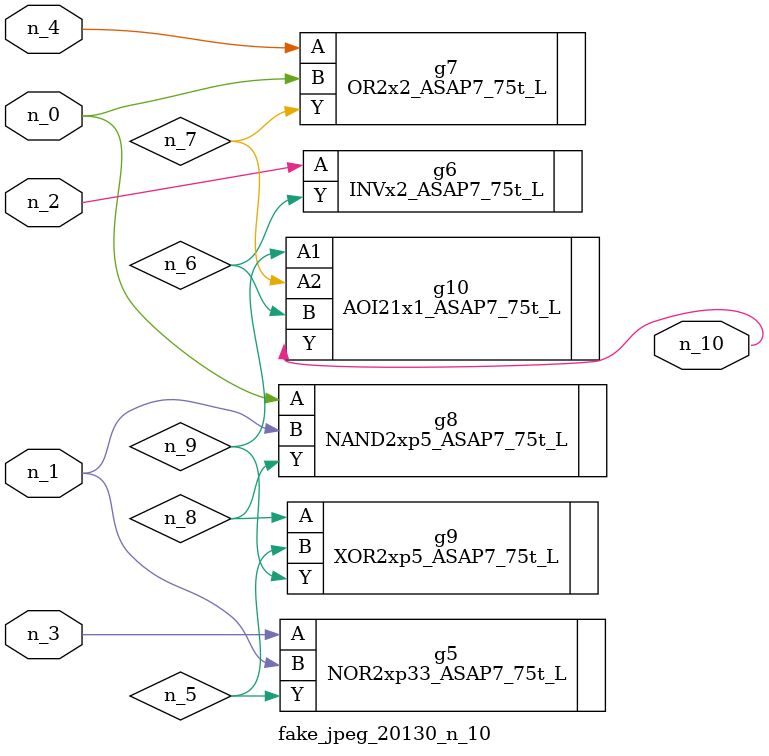
<source format=v>
module fake_jpeg_20130_n_10 (n_3, n_2, n_1, n_0, n_4, n_10);

input n_3;
input n_2;
input n_1;
input n_0;
input n_4;

output n_10;

wire n_8;
wire n_9;
wire n_6;
wire n_5;
wire n_7;

NOR2xp33_ASAP7_75t_L g5 ( 
.A(n_3),
.B(n_1),
.Y(n_5)
);

INVx2_ASAP7_75t_L g6 ( 
.A(n_2),
.Y(n_6)
);

OR2x2_ASAP7_75t_L g7 ( 
.A(n_4),
.B(n_0),
.Y(n_7)
);

NAND2xp5_ASAP7_75t_L g8 ( 
.A(n_0),
.B(n_1),
.Y(n_8)
);

XOR2xp5_ASAP7_75t_L g9 ( 
.A(n_8),
.B(n_5),
.Y(n_9)
);

AOI21x1_ASAP7_75t_L g10 ( 
.A1(n_9),
.A2(n_7),
.B(n_6),
.Y(n_10)
);


endmodule
</source>
